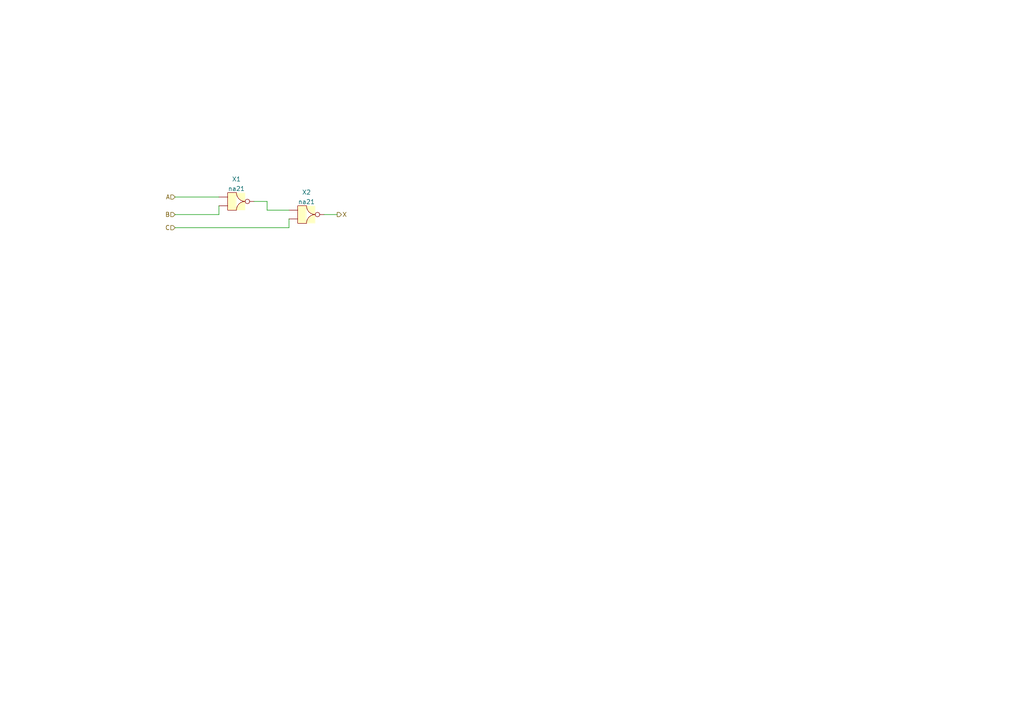
<source format=kicad_sch>
(kicad_sch (version 20211123) (generator eeschema)
  (paper "A4")
  (lib_symbols
    (symbol "OR1_SC:na21"
      (property "Reference" "X" (at -1.27 3.81 0))
      (property "Value" "na21" (at -1.27 -3.81 0))
      (symbol "na21_0_1"
        (polyline (pts (xy 0 2.54) (xy -2.54 2.54) (xy -2.54 -2.54) (xy 0 -2.54)) (stroke (width 0.1524)) (fill (type background)))
        (arc (start 0 2.54) (mid -1.7961 -1.7961) (end 2.54 0) (stroke (width 0.1524)) (fill (type background)))
        (arc (start 2.54 0) (mid -1.7961 1.7961) (end 0 -2.54) (stroke (width 0.1524)) (fill (type background)))
      )
      (symbol "na21_1_1"
        (pin input line (at -5.08 1.27 0) (length 2.54) (name "A") (number ""))
        (pin input line (at -5.08 -1.27 0) (length 2.54) (name "B") (number ""))
        (pin power_in line (at 0 2.54 0) (length 2.54) hide (name "VDD") (number ""))
        (pin power_in line (at 0 -2.54 0) (length 2.54) hide (name "VSS") (number ""))
        (pin output inverted (at 5.08 0 180) (length 2.54) (name "Z") (number ""))
      )
    )
  )
  (wire (pts (xy 83.82 60.96) (xy 77.47 60.96)))
  (wire (pts (xy 50.8 57.15) (xy 63.5 57.15)))
  (wire (pts (xy 77.47 58.42) (xy 73.66 58.42)))
  (wire (pts (xy 63.5 59.69) (xy 63.5 62.23)))
  (wire (pts (xy 77.47 60.96) (xy 77.47 58.42)))
  (wire (pts (xy 50.8 62.23) (xy 63.5 62.23)))
  (wire (pts (xy 83.82 63.5) (xy 83.82 66.04)))
  (wire (pts (xy 50.8 66.04) (xy 83.82 66.04)))
  (wire (pts (xy 93.98 62.23) (xy 97.79 62.23)))
  (hierarchical_label "C" (shape input) (at 50.8 66.04 180))
  (hierarchical_label "B" (shape input) (at 50.8 62.23 180))
  (hierarchical_label "X" (shape output) (at 97.79 62.23 0))
  (hierarchical_label "A" (shape input) (at 50.8 57.15 180))
  (symbol (lib_id "OR1_SC:na21") (at 88.9 62.23 0) (unit 1)
    (property "Reference" "X2" (at 88.9 55.7743 0))
    (property "Value" "na21" (at 88.9 58.5494 0))
  )
  (symbol (lib_id "OR1_SC:na21") (at 68.58 58.42 0) (unit 1)
    (property "Reference" "X1" (at 68.58 51.9643 0))
    (property "Value" "na21" (at 68.58 54.7394 0))
  )
)
</source>
